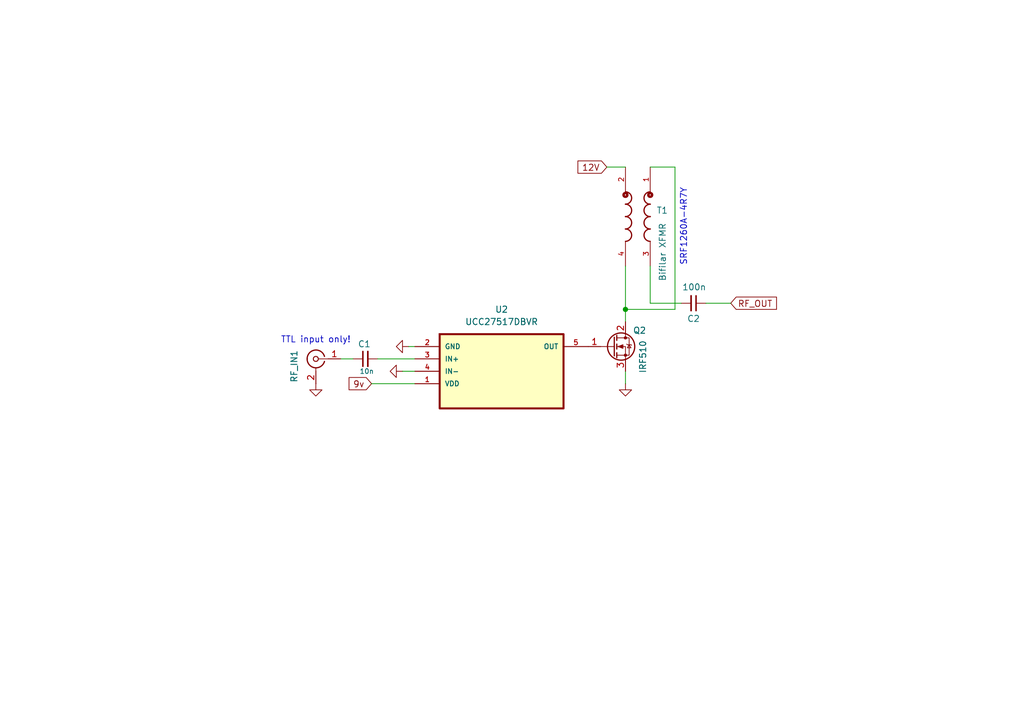
<source format=kicad_sch>
(kicad_sch (version 20250114) (generator "eeschema") (generator_version "9.0")
  (paper "A5")
  (title_block (title "Easy-PA-With-TR-Switch") (date "2023-11-05") (rev "Revision 7.1") (company "Author: Dhiru Kholia (VU3CER)") (comment 1 "Designed for https://github.com/kholia/Easy-Digital-Beacons-v1 project") (comment 2 "Motivation: We need usable power on the 10m band!") (comment 3 "Based on designs from Henning Paul"))
  (lib_symbols
    (symbol "Connector:Conn_Coaxial" (pin_names (offset 1.016) (hide yes))
      (property "Reference" "J" (at 0.254 3.048 0))
      (property "Value" "Conn_Coaxial" (at 2.921 0 90))
      (symbol "Conn_Coaxial_0_1"
        (polyline (pts (xy -2.54 0) (xy -0.508 0)))
        (arc (start -1.778 0.508) (mid 0.222 1.8083) (end 1.778 0) (stroke (width 0.254)))
        (arc (start 1.778 0) (mid 0.222 -1.808) (end -1.778 -0.508) (stroke (width 0.254)))
        (circle (center 0 0) (radius 0.508) (stroke (width 0.2032)))
        (polyline (pts (xy 0 -2.54) (xy 0 -1.778)))
      )
      (symbol "Conn_Coaxial_1_1"
        (pin passive line (at -5.08 0 0) (length 2.54) (name "In") (number "1"))
        (pin passive line (at 0 -5.08 90) (length 2.54) (name "Ext") (number "2"))
      )
    )
    (symbol "Device:C_Small" (pin_numbers (hide yes)) (pin_names (offset 0.254) (hide yes))
      (property "Reference" "C" (at 0.254 1.778 0))
      (property "Value" "C_Small" (at 0.254 -2.032 0))
      (symbol "C_Small_0_1"
        (polyline (pts (xy -1.524 0.508) (xy 1.524 0.508)) (stroke (width 0.3048)))
        (polyline (pts (xy -1.524 -0.508) (xy 1.524 -0.508)) (stroke (width 0.3302)))
      )
      (symbol "C_Small_1_1"
        (pin passive line (at 0 2.54 270) (length 2.032) (name "~") (number "1"))
        (pin passive line (at 0 -2.54 90) (length 2.032) (name "~") (number "2"))
      )
    )
    (symbol "SRF1260A-4R7Y:SRF1260A-4R7Y" (pin_names (offset 1.016))
      (property "Reference" "L" (at -7.631 5.0873 0))
      (property "Value" "SRF1260A-4R7Y" (at -7.6349 -7.6349 0))
      (symbol "SRF1260A-4R7Y_0_0"
        (circle (center -4.445 2.54) (radius 0.127) (stroke (width 0.508)))
        (circle (center -4.445 -2.54) (radius 0.127) (stroke (width 0.508)))
        (arc (start -2.54 2.54) (mid -3.81 1.2755) (end -5.08 2.54) (stroke (width 0.254)))
        (arc (start -5.08 -2.54) (mid -3.81 -1.2755) (end -2.54 -2.54) (stroke (width 0.254)))
        (arc (start 0 2.54) (mid -1.27 1.2755) (end -2.54 2.54) (stroke (width 0.254)))
        (arc (start -2.54 -2.54) (mid -1.27 -1.2755) (end 0 -2.54) (stroke (width 0.254)))
        (arc (start 2.54 2.54) (mid 1.27 1.2755) (end 0 2.54) (stroke (width 0.254)))
        (arc (start 0 -2.54) (mid 1.27 -1.2755) (end 2.54 -2.54) (stroke (width 0.254)))
        (arc (start 5.08 2.54) (mid 3.81 1.2755) (end 2.54 2.54) (stroke (width 0.254)))
        (arc (start 2.54 -2.54) (mid 3.81 -1.2755) (end 5.08 -2.54) (stroke (width 0.254)))
        (pin passive line (at -10.16 2.54 0) (length 5.08) (name "~") (number "1"))
        (pin passive line (at -10.16 -2.54 0) (length 5.08) (name "~") (number "2"))
        (pin passive line (at 10.16 2.54 180) (length 5.08) (name "~") (number "3"))
        (pin passive line (at 10.16 -2.54 180) (length 5.08) (name "~") (number "4"))
      )
    )
    (symbol "Transistor_FET:IRF540N" (pin_names (hide yes))
      (property "Reference" "Q" (at 6.35 1.905 0))
      (property "Value" "IRF540N" (at 6.35 0 0))
      (symbol "IRF540N_0_1"
        (polyline (pts (xy 0.254 1.905) (xy 0.254 -1.905)) (stroke (width 0.254)))
        (polyline (pts (xy 0.254 0) (xy -2.54 0)))
        (polyline (pts (xy 0.762 2.286) (xy 0.762 1.27)) (stroke (width 0.254)))
        (polyline (pts (xy 0.762 0.508) (xy 0.762 -0.508)) (stroke (width 0.254)))
        (polyline (pts (xy 0.762 -1.27) (xy 0.762 -2.286)) (stroke (width 0.254)))
        (polyline (pts (xy 0.762 -1.778) (xy 3.302 -1.778) (xy 3.302 1.778) (xy 0.762 1.778)))
        (polyline (pts (xy 1.016 0) (xy 2.032 0.381) (xy 2.032 -0.381) (xy 1.016 0)) (fill (type outline)))
        (circle (center 1.651 0) (radius 2.794) (stroke (width 0.254)))
        (polyline (pts (xy 2.54 2.54) (xy 2.54 1.778)))
        (circle (center 2.54 1.778) (radius 0.254) (fill (type outline)))
        (circle (center 2.54 -1.778) (radius 0.254) (fill (type outline)))
        (polyline (pts (xy 2.54 -2.54) (xy 2.54 0) (xy 0.762 0)))
        (polyline (pts (xy 2.794 0.508) (xy 2.921 0.381) (xy 3.683 0.381) (xy 3.81 0.254)))
        (polyline (pts (xy 3.302 0.381) (xy 2.921 -0.254) (xy 3.683 -0.254) (xy 3.302 0.381)))
      )
      (symbol "IRF540N_1_1"
        (pin input line (at -5.08 0 0) (length 2.54) (name "G") (number "1"))
        (pin passive line (at 2.54 5.08 270) (length 2.54) (name "D") (number "2"))
        (pin passive line (at 2.54 -5.08 90) (length 2.54) (name "S") (number "3"))
      )
    )
    (symbol "UCC27517DBVR:UCC27517DBVR" (pin_names (offset 1.016))
      (property "Reference" "U" (at -12.7 8.62 0))
      (property "Value" "UCC27517DBVR" (at -12.7 -11.62 0))
      (symbol "UCC27517DBVR_0_0"
        (rectangle (start -12.7 -7.62) (end 12.7 7.62) (stroke (width 0.41)) (fill (type background)))
        (pin input line (at -17.78 5.08 0) (length 5.08) (name "GND") (number "2"))
        (pin input line (at -17.78 2.54 0) (length 5.08) (name "IN+") (number "3"))
        (pin input line (at -17.78 0 0) (length 5.08) (name "IN-") (number "4"))
        (pin input line (at -17.78 -2.54 0) (length 5.08) (name "VDD") (number "1"))
        (pin output line (at 17.78 5.08 180) (length 5.08) (name "OUT") (number "5"))
      )
    )
    (symbol "power:GND" (power) (pin_numbers (hide yes)) (pin_names (offset 0) (hide yes))
      (property "Value" "GND" (at 0 -3.81 0))
      (symbol "GND_0_1"
        (polyline (pts (xy 0 0) (xy 0 -1.27) (xy 1.27 -1.27) (xy 0 -2.54) (xy -1.27 -1.27) (xy 0 -1.27)))
      )
      (symbol "GND_1_1"
        (pin power_in line (at 0 0 270) (length 0) (name "~") (number "1"))
      )
    )
  )
  (text "SRF1260A-4R7Y" (at 140.97 54.61 90) (effects (font (size 1.27 1.27)) (justify left bottom)))
  (text "TTL input only!" (at 64.77 69.85 0) (effects (font (size 1.27 1.27))))
  (junction (at 128.27 63.5))
  (wire (pts (xy 133.35 34.29) (xy 138.43 34.29)))
  (wire (pts (xy 124.46 34.29) (xy 128.27 34.29)))
  (wire (pts (xy 128.27 63.5) (xy 128.27 66.04)))
  (wire (pts (xy 133.35 54.61) (xy 133.35 62.23)))
  (wire (pts (xy 144.78 62.23) (xy 149.86 62.23)))
  (wire (pts (xy 82.55 76.2) (xy 85.09 76.2)))
  (wire (pts (xy 133.35 62.23) (xy 139.7 62.23)))
  (wire (pts (xy 128.27 78.74) (xy 128.27 76.2)))
  (wire (pts (xy 128.27 54.61) (xy 128.27 63.5)))
  (wire (pts (xy 76.2 78.74) (xy 85.09 78.74)))
  (wire (pts (xy 69.85 73.66) (xy 72.39 73.66)))
  (wire (pts (xy 128.27 63.5) (xy 138.43 63.5)))
  (wire (pts (xy 83.82 71.12) (xy 85.09 71.12)))
  (wire (pts (xy 77.47 73.66) (xy 85.09 73.66)))
  (wire (pts (xy 138.43 34.29) (xy 138.43 63.5)))
  (global_label "RF_OUT" (shape input) (at 149.86 62.23 0) (property "Intersheetrefs" "${INTERSHEET_REFS}" (effects (hide yes))))
  (global_label "12V" (shape input) (at 124.46 34.29 180) (property "Intersheetrefs" "${INTERSHEET_REFS}" (effects (hide yes))))
  (global_label "9v" (shape input) (at 76.2 78.74 180) (property "Intersheetrefs" "${INTERSHEET_REFS}" (effects (hide yes))))
  (symbol (lib_id "Device:C_Small") (at 142.24 62.23 270) (unit 1)
    (property "Reference" "C2" (at 142.24 65.405 90))
    (property "Value" "100n" (at 142.367 58.928 90))
    (property "Footprint" "Capacitor_SMD:C_1206_3216Metric_Pad1.33x1.80mm_HandSolder" (effects (hide yes)))
  )
  (symbol (lib_id "power:GND") (at 64.77 78.74 0) (unit 1)
    (property "Reference" "#PWR0106" (effects (hide yes)))
    (property "Value" "GND" (effects (hide yes)))
    (property "Description" "Power symbol creates a global label with name \"GND\" , ground" (effects (hide yes)))
  )
  (symbol (lib_id "power:GND") (at 82.55 76.2 270) (unit 1)
    (property "Reference" "#PWR04" (effects (hide yes)))
    (property "Value" "GND" (effects (hide yes)))
    (property "Description" "Power symbol creates a global label with name \"GND\" , ground" (effects (hide yes)))
  )
  (symbol (lib_id "Connector:Conn_Coaxial") (at 64.77 73.66 0) (mirror y) (unit 1)
    (property "Reference" "RF_IN1" (at 60.325 75.184 90))
    (property "Value" "SMA" (effects (hide yes)))
    (property "Footprint" "Connector_Coaxial:SMA_Samtec_SMA-J-P-X-ST-EM1_EdgeMount" (effects (hide yes)))
    (property "Datasheet" " ~" (effects (hide yes)))
  )
  (symbol (lib_id "Device:C_Small") (at 74.93 73.66 90) (unit 1)
    (property "Reference" "C1" (at 76.073 70.612 90) (effects (justify left)))
    (property "Value" "10n" (at 76.708 76.2 90) (effects (font (size 1 1)) (justify left)))
    (property "Footprint" "Capacitor_SMD:C_1206_3216Metric_Pad1.33x1.80mm_HandSolder" (effects (hide yes)))
  )
  (symbol (lib_id "SRF1260A-4R7Y:SRF1260A-4R7Y") (at 130.81 44.45 270) (unit 1)
    (property "Reference" "T1" (at 134.62 43.18 90) (effects (justify left)))
    (property "Value" "Bifilar XFMR" (at 135.89 45.72 0) (effects (justify left)))
    (property "Footprint" "footprints:IND_SRF1260A-4R7Y-Longer-Pads" (effects (hide yes)))
    (property "MF" "Bourns" (effects (hide yes)))
    (property "MOUSER-PURCHASE-URL" "https://snapeda.com/shop?store=Mouser&id=1533338" (effects (hide yes)))
    (property "DESCRIPTION" "Shielded 2 Coil Inductor Array 27.2µH Inductance - Connected in Series 6.8µH Inductance - Connected in Parallel 18.6mOhm Max DC Resistance (DCR) - Parallel 6.64A Nonstandard" (effects (hide yes)))
    (property "PACKAGE" "Nonstandard Bourns" (effects (hide yes)))
    (property "PRICE" "None" (effects (hide yes)))
    (property "MP" "SRF1260A-6R8Y" (effects (hide yes)))
    (property "AVAILABILITY" "Warning" (effects (hide yes)))
  )
  (symbol (lib_id "power:GND") (at 83.82 71.12 270) (unit 1)
    (property "Reference" "#PWR02" (effects (hide yes)))
    (property "Value" "GND" (effects (hide yes)))
    (property "Description" "Power symbol creates a global label with name \"GND\" , ground" (effects (hide yes)))
  )
  (symbol (lib_id "power:GND") (at 128.27 78.74 0) (unit 1)
    (property "Reference" "#PWR0116" (effects (hide yes)))
    (property "Value" "GND" (effects (hide yes)))
    (property "Description" "Power symbol creates a global label with name \"GND\" , ground" (effects (hide yes)))
  )
  (symbol (lib_id "UCC27517DBVR:UCC27517DBVR") (at 102.87 76.2 0) (unit 1)
    (property "Reference" "U2" (at 102.87 63.5 0))
    (property "Value" "UCC27517DBVR" (at 102.87 66.04 0))
    (property "Footprint" "Package_TO_SOT_SMD:SOT-23-5_HandSoldering" (effects (hide yes)))
    (property "Description" "\n4-A/4-A single-channel gate driver with 5-V UVLO and 13-ns prop delay in SOT-23 package\n" (effects (hide yes)))
    (property "MF" "Texas Instruments" (effects (hide yes)))
    (property "Package" "SOT-23-5 Texas Instruments" (effects (hide yes)))
    (property "Price" "None" (effects (hide yes)))
    (property "SnapEDA_Link" "https://www.snapeda.com/parts/UCC27517DBVR/Texas+Instruments/view-part/?ref=snap" (effects (hide yes)))
    (property "MP" "UCC27517DBVR" (effects (hide yes)))
    (property "Purchase-URL" "https://pricing.snapeda.com/search?q=UCC27517DBVR&ref=eda" (effects (hide yes)))
    (property "Availability" "In Stock" (effects (hide yes)))
    (property "Check_prices" "https://www.snapeda.com/parts/UCC27517DBVR/Texas+Instruments/view-part/?ref=eda" (effects (hide yes)))
  )
  (symbol (lib_id "Transistor_FET:IRF540N") (at 125.73 71.12 0) (unit 1)
    (property "Reference" "Q2" (at 129.794 67.818 0) (effects (justify left)))
    (property "Value" "IRF510" (at 131.8514 76.6318 90) (effects (justify left)))
    (property "Footprint" "Package_TO_SOT_THT:TO-220-3_Horizontal_TabDown" (effects (hide yes)))
    (property "Datasheet" "http://www.irf.com/product-info/datasheets/data/irf540n.pdf" (effects (hide yes)))
  )
)
</source>
